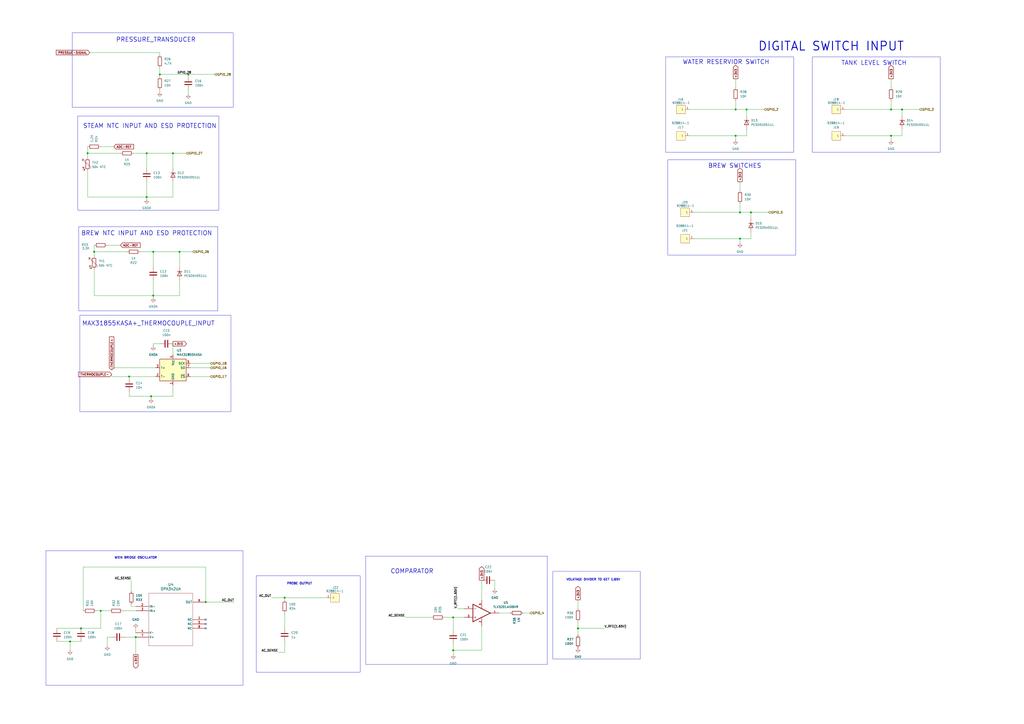
<source format=kicad_sch>
(kicad_sch (version 20250114) (generator "eeschema") (generator_version "9.0")
  (paper "A2")
  (lib_symbols
    (symbol "6.3mm spade:928814-1" (pin_names (offset 1.016))
      (property "Reference" "J" (at -4.8364 3.323 0))
      (property "Value" "928814-1" (at -5.0892 -5.0986 0))
      (symbol "928814-1_0_0"
        (rectangle (start -2.54 -2.54) (end 2.54 2.54) (stroke (width 0.127)) (fill (type background)))
        (pin passive line (at -5.08 0 0) (length 2.54) (name "1") (number "1"))
      )
    )
    (symbol "Device:C" (pin_numbers (hide yes)) (pin_names (offset 0.254))
      (property "Reference" "C" (at 0.635 2.54 0))
      (property "Value" "C" (at 0.635 -2.54 0))
      (symbol "C_0_1"
        (polyline (pts (xy -2.032 0.762) (xy 2.032 0.762)) (stroke (width 0.508)))
        (polyline (pts (xy -2.032 -0.762) (xy 2.032 -0.762)) (stroke (width 0.508)))
      )
      (symbol "C_1_1"
        (pin passive line (at 0 3.81 270) (length 2.794) (name "~") (number "1"))
        (pin passive line (at 0 -3.81 90) (length 2.794) (name "~") (number "2"))
      )
    )
    (symbol "Device:R" (pin_numbers (hide yes)) (pin_names (offset 0))
      (property "Reference" "R" (at 2.032 0 90))
      (property "Value" "R" (at 0 0 90))
      (symbol "R_0_1"
        (rectangle (start -1.016 -2.54) (end 1.016 2.54) (stroke (width 0.254)))
      )
      (symbol "R_1_1"
        (pin passive line (at 0 3.81 270) (length 1.27) (name "~") (number "1"))
        (pin passive line (at 0 -3.81 90) (length 1.27) (name "~") (number "2"))
      )
    )
    (symbol "Device:Thermistor_NTC" (pin_numbers (hide yes)) (pin_names (offset 0))
      (property "Reference" "TH" (at -4.445 0 90))
      (property "Value" "Thermistor_NTC" (at 3.175 0 90))
      (symbol "Thermistor_NTC_0_1"
        (arc (start -3.175 2.413) (mid -3.0506 2.3165) (end -3.048 2.159))
        (arc (start -3.048 2.794) (mid -2.9736 2.9736) (end -2.794 3.048))
        (arc (start -2.794 3.048) (mid -2.6144 2.9736) (end -2.54 2.794))
        (arc (start -2.794 2.54) (mid -2.9736 2.6144) (end -3.048 2.794))
        (arc (start -2.794 1.905) (mid -2.9736 1.9794) (end -3.048 2.159))
        (arc (start -2.54 2.159) (mid -2.6144 1.9794) (end -2.794 1.905))
        (arc (start -2.159 2.794) (mid -2.434 2.5608) (end -2.794 2.54))
        (polyline (pts (xy -2.54 2.159) (xy -2.54 2.794)))
        (polyline (pts (xy -2.54 -3.683) (xy -2.54 -1.397) (xy -2.794 -2.159) (xy -2.286 -2.159) (xy -2.54 -1.397) (xy -2.54 -1.651)) (fill (type outline)))
        (polyline (pts (xy -1.778 2.54) (xy -1.778 1.524) (xy 1.778 -1.524) (xy 1.778 -2.54)))
        (polyline (pts (xy -1.778 -1.397) (xy -1.778 -3.683) (xy -2.032 -2.921) (xy -1.524 -2.921) (xy -1.778 -3.683) (xy -1.778 -3.429)) (fill (type outline)))
        (rectangle (start -1.016 2.54) (end 1.016 -2.54) (stroke (width 0.254)))
      )
      (symbol "Thermistor_NTC_1_1"
        (pin passive line (at 0 3.81 270) (length 1.27) (name "~") (number "1"))
        (pin passive line (at 0 -3.81 90) (length 1.27) (name "~") (number "2"))
      )
    )
    (symbol "Diode:PESD5V0S1UL" (pin_numbers (hide yes)) (pin_names (hide yes))
      (property "Reference" "D" (at 0 2.54 0))
      (property "Value" "PESD5V0S1UL" (at 0 -2.54 0))
      (symbol "PESD5V0S1UL_0_1"
        (polyline (pts (xy -1.27 -1.27) (xy -1.27 1.27) (xy -0.762 1.27)) (stroke (width 0.254)))
        (polyline (pts (xy 1.27 0) (xy -1.27 0)))
        (polyline (pts (xy 1.27 -1.27) (xy 1.27 1.27) (xy -1.27 0) (xy 1.27 -1.27)) (stroke (width 0.254)))
      )
      (symbol "PESD5V0S1UL_1_1"
        (pin passive line (at -3.81 0 0) (length 2.54) (name "K") (number "1"))
        (pin passive line (at 3.81 0 180) (length 2.54) (name "A") (number "2"))
      )
    )
    (symbol "OPA342UA:OPA342UA" (pin_names (offset 0.254))
      (property "Reference" "U" (at 20.32 12.7 0))
      (property "Value" "OPA342UA" (at 20.32 10.16 0))
      (symbol "OPA342UA_0_1"
        (polyline (pts (xy 7.62 7.62) (xy 7.62 -22.86)) (stroke (width 0.127)))
        (polyline (pts (xy 7.62 -22.86) (xy 33.02 -22.86)) (stroke (width 0.127)))
        (polyline (pts (xy 33.02 7.62) (xy 7.62 7.62)) (stroke (width 0.127)))
        (polyline (pts (xy 33.02 -22.86) (xy 33.02 7.62)) (stroke (width 0.127)))
        (pin input line (at 0 0 0) (length 7.62) (name "IN-") (number "2"))
        (pin input line (at 0 -2.54 0) (length 7.62) (name "IN+") (number "3"))
        (pin power_in line (at 0 -15.24 0) (length 7.62) (name "V-") (number "4"))
        (pin power_in line (at 0 -17.78 0) (length 7.62) (name "V+") (number "7"))
        (pin output line (at 40.64 2.54 180) (length 7.62) (name "OUT") (number "6"))
        (pin unspecified line (at 40.64 -7.62 180) (length 7.62) (name "NC") (number "1"))
        (pin unspecified line (at 40.64 -10.16 180) (length 7.62) (name "NC") (number "5"))
        (pin unspecified line (at 40.64 -12.7 180) (length 7.62) (name "NC") (number "8"))
      )
    )
    (symbol "Sensor_Temperature:MAX31855KASA"
      (property "Reference" "U" (at -7.62 8.89 0))
      (property "Value" "MAX31855KASA" (at 1.27 8.89 0))
      (symbol "MAX31855KASA_0_1"
        (rectangle (start -7.62 7.62) (end 7.62 -5.08) (stroke (width 0.254)) (fill (type background)))
      )
      (symbol "MAX31855KASA_1_1"
        (pin passive line (at -10.16 2.54 0) (length 2.54) (name "T+") (number "3"))
        (pin passive line (at -10.16 -2.54 0) (length 2.54) (name "T-") (number "2"))
        (pin no_connect line (at -7.62 5.08 0) (length 2.54) (hide yes) (name "NC") (number "8"))
        (pin power_in line (at 0 10.16 270) (length 2.54) (name "V_{CC}") (number "4"))
        (pin power_in line (at 0 -7.62 90) (length 2.54) (name "GND") (number "1"))
        (pin input line (at 10.16 5.08 180) (length 2.54) (name "SCK") (number "5"))
        (pin tri_state line (at 10.16 2.54 180) (length 2.54) (name "SO") (number "7"))
        (pin input line (at 10.16 -2.54 180) (length 2.54) (name "~{CS}") (number "6"))
      )
    )
    (symbol "TLV3201AIDBVR:TLV3201AIDBVR" (pin_names (offset 1.016))
      (property "Reference" "U" (at 2.54 3.175 0))
      (property "Value" "TLV3201AIDBVR" (at 2.54 -5.08 0))
      (symbol "TLV3201AIDBVR_0_0"
        (polyline (pts (xy -5.08 5.08) (xy -5.08 -5.08)) (stroke (width 0.4064)))
        (polyline (pts (xy -5.08 -5.08) (xy 5.08 0)) (stroke (width 0.4064)))
        (polyline (pts (xy -4.445 2.54) (xy -3.175 2.54)) (stroke (width 0.1524)))
        (polyline (pts (xy -4.445 -2.54) (xy -3.175 -2.54)) (stroke (width 0.1524)))
        (polyline (pts (xy -3.81 -1.905) (xy -3.81 -3.175)) (stroke (width 0.1524)))
        (polyline (pts (xy 5.08 0) (xy -5.08 5.08)) (stroke (width 0.4064)))
        (pin input line (at -10.16 2.54 0) (length 5.08) (name "~") (number "4"))
        (pin input line (at -10.16 -2.54 0) (length 5.08) (name "~") (number "3"))
        (pin power_in line (at 0 7.62 270) (length 5.08) (name "~") (number "5"))
        (pin power_in line (at 0 -7.62 90) (length 5.08) (name "~") (number "2"))
        (pin output line (at 10.16 0 180) (length 5.08) (name "~") (number "1"))
      )
    )
    (symbol "power:GND" (power) (pin_numbers (hide yes)) (pin_names (offset 0) (hide yes))
      (property "Value" "GND" (at 0 -3.81 0))
      (symbol "GND_0_1"
        (polyline (pts (xy 0 0) (xy 0 -1.27) (xy 1.27 -1.27) (xy 0 -2.54) (xy -1.27 -1.27) (xy 0 -1.27)))
      )
      (symbol "GND_1_1"
        (pin power_in line (at 0 0 270) (length 0) (name "~") (number "1"))
      )
    )
    (symbol "power:GNDA" (power) (pin_numbers (hide yes)) (pin_names (offset 0) (hide yes))
      (property "Value" "GNDA" (at 0 -3.81 0))
      (symbol "GNDA_0_1"
        (polyline (pts (xy 0 0) (xy 0 -1.27) (xy 1.27 -1.27) (xy 0 -2.54) (xy -1.27 -1.27) (xy 0 -1.27)))
      )
      (symbol "GNDA_1_1"
        (pin power_in line (at 0 0 270) (length 0) (name "~") (number "1"))
      )
    )
  )
  (rectangle (start 387.35 92.71) (end 461.645 147.955))
  (rectangle (start 41.91 19.05) (end 135.255 62.23))
  (rectangle (start 212.09 322.58) (end 317.5 385.445))
  (rectangle (start 45.085 67.31) (end 127 121.92))
  (rectangle (start 471.17 33.02) (end 545.465 88.265))
  (rectangle (start 320.675 331.47) (end 371.475 382.27))
  (rectangle (start 386.08 33.02) (end 460.375 88.265))
  (rectangle (start 26.67 319.405) (end 140.97 397.51))
  (rectangle (start 46.355 182.88) (end 133.985 238.76))
  (rectangle (start 148.59 334.01) (end 208.915 389.89))
  (rectangle (start 45.72 131.445) (end 126.365 180.34))
  (text "PROBE OUTPUT" (at 173.736 338.582 0) (effects (font (size 1.27 1.27) (thickness 0.254) (bold yes))))
  (text "DIGITAL SWITCH INPUT" (at 482.092 26.924 0) (effects (font (size 5.08 5.08) (thickness 0.508) (bold yes))))
  (text "WIEN BRIDGE OSCILLATOR" (at 78.74 323.596 0) (effects (font (size 1.27 1.27) (thickness 0.254) (bold yes))))
  (text "BREW NTC INPUT AND ESD PROTECTION" (at 85.09 135.382 0) (effects (font (size 2.54 2.54) (thickness 0.254) (bold yes))))
  (text "WATER RESERVIOR SWITCH" (at 421.132 36.068 0) (effects (font (size 2.54 2.54) (thickness 0.254) (bold yes))))
  (text "MAX31855KASA+_THERMOCOUPLE_INPUT" (at 86.106 187.706 0) (effects (font (size 2.54 2.54) (thickness 0.254) (bold yes))))
  (text "VOLATAGE DIVIDER TO GET 1.65V" (at 344.17 336.296 0) (effects (font (size 1.27 1.27) (thickness 0.254) (bold yes))))
  (text "COMPARATOR" (at 239.014 331.47 0) (effects (font (size 2.54 2.54) (thickness 0.254) (bold yes))))
  (text "STEAM NTC INPUT AND ESD PROTECTION" (at 86.868 73.152 0) (effects (font (size 2.54 2.54) (thickness 0.254) (bold yes))))
  (text "TANK LEVEL SWITCH" (at 506.984 36.576 0) (effects (font (size 2.54 2.54) (thickness 0.254) (bold yes))))
  (text "BREW SWITCHES" (at 426.212 96.266 0) (effects (font (size 2.54 2.54) (thickness 0.254) (bold yes))))
  (text "PRESSURE_TRANSDUCER" (at 90.424 23.114 0) (effects (font (size 2.54 2.54) (thickness 0.254) (bold yes))))
  (junction (at 85.09 88.9))
  (junction (at 78.74 369.57))
  (junction (at 58.42 354.33))
  (junction (at 104.14 146.05))
  (junction (at 429.26 138.43))
  (junction (at 100.33 88.9))
  (junction (at 516.89 78.74))
  (junction (at 523.24 63.5))
  (junction (at 88.9 171.45))
  (junction (at 40.64 372.11))
  (junction (at 433.07 63.5))
  (junction (at 88.9 146.05))
  (junction (at 516.89 63.5))
  (junction (at 426.72 63.5))
  (junction (at 46.99 364.49))
  (junction (at 426.72 78.74))
  (junction (at 92.71 43.18))
  (junction (at 119.38 349.25))
  (junction (at 429.26 123.19))
  (junction (at 262.89 358.14))
  (junction (at 54.61 146.05))
  (junction (at 74.93 218.44))
  (junction (at 165.1 346.71))
  (junction (at 85.09 114.3))
  (junction (at 335.28 364.49))
  (junction (at 50.8 88.9))
  (junction (at 109.22 43.18))
  (junction (at 435.61 123.19))
  (junction (at 87.63 229.87))
  (junction (at 262.89 377.19))
  (no_connect (at 119.38 361.95))
  (no_connect (at 119.38 359.41))
  (no_connect (at 119.38 364.49))
  (wire (pts (xy 426.72 45.72) (xy 426.72 50.8)))
  (wire (pts (xy 33.02 364.49) (xy 46.99 364.49)))
  (wire (pts (xy 64.77 369.57) (xy 62.23 369.57)))
  (wire (pts (xy 46.99 364.49) (xy 58.42 364.49)))
  (wire (pts (xy 429.26 138.43) (xy 435.61 138.43)))
  (wire (pts (xy 50.8 88.9) (xy 50.8 91.44)))
  (wire (pts (xy 54.61 146.05) (xy 73.66 146.05)))
  (wire (pts (xy 33.02 372.11) (xy 40.64 372.11)))
  (wire (pts (xy 435.61 123.19) (xy 445.77 123.19)))
  (wire (pts (xy 110.49 210.82) (xy 121.92 210.82)))
  (wire (pts (xy 76.2 351.79) (xy 78.74 351.79)))
  (wire (pts (xy 165.1 378.46) (xy 161.29 378.46)))
  (wire (pts (xy 165.1 346.71) (xy 157.48 346.71)))
  (wire (pts (xy 426.72 78.74) (xy 426.72 81.28)))
  (wire (pts (xy 76.2 336.55) (xy 76.2 342.9)))
  (wire (pts (xy 335.28 364.49) (xy 335.28 368.3)))
  (wire (pts (xy 74.93 219.71) (xy 74.93 218.44)))
  (wire (pts (xy 435.61 123.19) (xy 429.26 123.19)))
  (wire (pts (xy 52.07 30.48) (xy 92.71 30.48)))
  (wire (pts (xy 433.07 63.5) (xy 443.23 63.5)))
  (wire (pts (xy 433.07 78.74) (xy 433.07 74.93)))
  (wire (pts (xy 110.49 218.44) (xy 121.92 218.44)))
  (wire (pts (xy 335.28 364.49) (xy 350.52 364.49)))
  (wire (pts (xy 92.71 39.37) (xy 92.71 43.18)))
  (wire (pts (xy 523.24 78.74) (xy 523.24 74.93)))
  (wire (pts (xy 48.26 354.33) (xy 48.26 328.93)))
  (wire (pts (xy 523.24 67.31) (xy 523.24 63.5)))
  (wire (pts (xy 100.33 114.3) (xy 85.09 114.3)))
  (wire (pts (xy 279.4 336.55) (xy 279.4 347.98)))
  (wire (pts (xy 74.93 218.44) (xy 90.17 218.44)))
  (wire (pts (xy 262.89 373.38) (xy 262.89 377.19)))
  (wire (pts (xy 104.14 146.05) (xy 104.14 154.94)))
  (wire (pts (xy 426.72 78.74) (xy 433.07 78.74)))
  (wire (pts (xy 72.39 369.57) (xy 78.74 369.57)))
  (wire (pts (xy 85.09 115.57) (xy 85.09 114.3)))
  (wire (pts (xy 100.33 229.87) (xy 87.63 229.87)))
  (wire (pts (xy 119.38 328.93) (xy 119.38 349.25)))
  (wire (pts (xy 92.71 30.48) (xy 92.71 31.75)))
  (wire (pts (xy 110.49 213.36) (xy 121.92 213.36)))
  (wire (pts (xy 92.71 199.39) (xy 88.9 199.39)))
  (wire (pts (xy 402.59 138.43) (xy 429.26 138.43)))
  (wire (pts (xy 77.47 88.9) (xy 85.09 88.9)))
  (wire (pts (xy 262.89 365.76) (xy 262.89 358.14)))
  (wire (pts (xy 64.77 217.17) (xy 64.77 218.44)))
  (wire (pts (xy 109.22 43.18) (xy 124.46 43.18)))
  (wire (pts (xy 109.22 43.18) (xy 109.22 44.45)))
  (wire (pts (xy 287.02 336.55) (xy 287.02 341.63)))
  (wire (pts (xy 92.71 43.18) (xy 109.22 43.18)))
  (wire (pts (xy 119.38 349.25) (xy 135.89 349.25)))
  (wire (pts (xy 76.2 350.52) (xy 76.2 351.79)))
  (wire (pts (xy 516.89 78.74) (xy 516.89 81.28)))
  (wire (pts (xy 54.61 146.05) (xy 54.61 148.59)))
  (wire (pts (xy 64.77 213.36) (xy 90.17 213.36)))
  (wire (pts (xy 46.99 372.11) (xy 40.64 372.11)))
  (wire (pts (xy 88.9 172.72) (xy 88.9 171.45)))
  (wire (pts (xy 335.28 347.98) (xy 335.28 353.06)))
  (wire (pts (xy 262.89 377.19) (xy 262.89 379.73)))
  (wire (pts (xy 189.23 346.71) (xy 165.1 346.71)))
  (wire (pts (xy 490.22 78.74) (xy 516.89 78.74)))
  (wire (pts (xy 429.26 105.41) (xy 429.26 110.49)))
  (wire (pts (xy 516.89 45.72) (xy 516.89 50.8)))
  (wire (pts (xy 88.9 146.05) (xy 88.9 154.94)))
  (wire (pts (xy 64.77 214.63) (xy 64.77 213.36)))
  (wire (pts (xy 88.9 199.39) (xy 88.9 200.66)))
  (wire (pts (xy 71.12 354.33) (xy 78.74 354.33)))
  (wire (pts (xy 429.26 138.43) (xy 429.26 140.97)))
  (wire (pts (xy 55.88 354.33) (xy 58.42 354.33)))
  (wire (pts (xy 92.71 52.07) (xy 92.71 53.34)))
  (wire (pts (xy 400.05 63.5) (xy 426.72 63.5)))
  (wire (pts (xy 279.4 377.19) (xy 279.4 363.22)))
  (wire (pts (xy 400.05 78.74) (xy 426.72 78.74)))
  (wire (pts (xy 435.61 127) (xy 435.61 123.19)))
  (wire (pts (xy 92.71 43.18) (xy 92.71 44.45)))
  (wire (pts (xy 50.8 99.06) (xy 50.8 114.3)))
  (wire (pts (xy 74.93 229.87) (xy 74.93 227.33)))
  (wire (pts (xy 100.33 199.39) (xy 100.33 205.74)))
  (wire (pts (xy 523.24 63.5) (xy 516.89 63.5)))
  (wire (pts (xy 54.61 142.24) (xy 54.61 146.05)))
  (wire (pts (xy 104.14 146.05) (xy 111.76 146.05)))
  (wire (pts (xy 40.64 372.11) (xy 40.64 377.19)))
  (wire (pts (xy 78.74 364.49) (xy 78.74 367.03)))
  (wire (pts (xy 104.14 171.45) (xy 88.9 171.45)))
  (wire (pts (xy 81.28 146.05) (xy 88.9 146.05)))
  (wire (pts (xy 429.26 123.19) (xy 429.26 118.11)))
  (wire (pts (xy 54.61 171.45) (xy 88.9 171.45)))
  (wire (pts (xy 433.07 63.5) (xy 426.72 63.5)))
  (wire (pts (xy 58.42 85.09) (xy 66.04 85.09)))
  (wire (pts (xy 303.53 355.6) (xy 307.34 355.6)))
  (wire (pts (xy 435.61 138.43) (xy 435.61 134.62)))
  (wire (pts (xy 104.14 162.56) (xy 104.14 171.45)))
  (wire (pts (xy 50.8 85.09) (xy 50.8 88.9)))
  (wire (pts (xy 165.1 355.6) (xy 165.1 364.49)))
  (wire (pts (xy 54.61 156.21) (xy 54.61 171.45)))
  (wire (pts (xy 335.28 360.68) (xy 335.28 364.49)))
  (wire (pts (xy 85.09 88.9) (xy 85.09 97.79)))
  (wire (pts (xy 78.74 369.57) (xy 78.74 379.73)))
  (wire (pts (xy 64.77 218.44) (xy 74.93 218.44)))
  (wire (pts (xy 100.33 223.52) (xy 100.33 229.87)))
  (wire (pts (xy 257.81 358.14) (xy 262.89 358.14)))
  (wire (pts (xy 262.89 358.14) (xy 269.24 358.14)))
  (wire (pts (xy 87.63 229.87) (xy 74.93 229.87)))
  (wire (pts (xy 516.89 78.74) (xy 523.24 78.74)))
  (wire (pts (xy 48.26 328.93) (xy 119.38 328.93)))
  (wire (pts (xy 234.95 358.14) (xy 250.19 358.14)))
  (wire (pts (xy 85.09 114.3) (xy 85.09 105.41)))
  (wire (pts (xy 165.1 372.11) (xy 165.1 378.46)))
  (wire (pts (xy 100.33 105.41) (xy 100.33 114.3)))
  (wire (pts (xy 88.9 146.05) (xy 104.14 146.05)))
  (wire (pts (xy 426.72 63.5) (xy 426.72 58.42)))
  (wire (pts (xy 402.59 123.19) (xy 429.26 123.19)))
  (wire (pts (xy 50.8 88.9) (xy 69.85 88.9)))
  (wire (pts (xy 100.33 88.9) (xy 107.95 88.9)))
  (wire (pts (xy 523.24 63.5) (xy 533.4 63.5)))
  (wire (pts (xy 516.89 63.5) (xy 516.89 58.42)))
  (wire (pts (xy 490.22 63.5) (xy 516.89 63.5)))
  (wire (pts (xy 433.07 67.31) (xy 433.07 63.5)))
  (wire (pts (xy 87.63 229.87) (xy 87.63 231.14)))
  (wire (pts (xy 58.42 354.33) (xy 63.5 354.33)))
  (wire (pts (xy 109.22 52.07) (xy 109.22 54.61)))
  (wire (pts (xy 165.1 347.98) (xy 165.1 346.71)))
  (wire (pts (xy 85.09 88.9) (xy 100.33 88.9)))
  (wire (pts (xy 265.43 353.06) (xy 269.24 353.06)))
  (wire (pts (xy 100.33 88.9) (xy 100.33 97.79)))
  (wire (pts (xy 50.8 114.3) (xy 85.09 114.3)))
  (wire (pts (xy 62.23 142.24) (xy 69.85 142.24)))
  (wire (pts (xy 62.23 369.57) (xy 62.23 374.65)))
  (wire (pts (xy 88.9 171.45) (xy 88.9 162.56)))
  (wire (pts (xy 262.89 377.19) (xy 279.4 377.19)))
  (wire (pts (xy 289.56 355.6) (xy 295.91 355.6)))
  (wire (pts (xy 58.42 364.49) (xy 58.42 354.33)))
  (label "V_RFE(1.65V)" (at 265.43 353.06 90) (effects (font (thickness 0.254) (bold yes))))
  (label "AC_SENSE" (at 76.2 336.55 180) (effects (font (thickness 0.254) (bold yes))))
  (label "AC_OUT" (at 157.48 346.71 180) (effects (font (thickness 0.254) (bold yes))))
  (label "V_RFE(1.65V)" (at 350.52 364.49 0) (effects (font (thickness 0.254) (bold yes))))
  (label "AC_OUT" (at 135.89 349.25 180) (effects (font (thickness 0.254) (bold yes))))
  (label "GPIO_28" (at 102.87 43.18 0) (effects (font (thickness 0.254) (bold yes))))
  (label "AC_SENSE" (at 234.95 358.14 180) (effects (font (thickness 0.254) (bold yes))))
  (label "AC_SENSE" (at 161.29 378.46 180) (effects (font (thickness 0.254) (bold yes))))
  (global_label "+3V3" (shape output) (at 516.89 45.72 90) (effects (font (thickness 0.254) (bold yes))) (property "Intersheetrefs" "${INTERSHEET_REFS}" (effects (hide yes))))
  (global_label "ADC-REF" (shape input) (at 66.04 85.09 0) (effects (font (thickness 0.254) (bold yes))) (property "Intersheetrefs" "${INTERSHEET_REFS}" (effects (hide yes))))
  (global_label "ADC-REF" (shape input) (at 69.85 142.24 0) (effects (font (thickness 0.254) (bold yes))) (property "Intersheetrefs" "${INTERSHEET_REFS}" (effects (hide yes))))
  (global_label "+3V3" (shape output) (at 335.28 347.98 90) (effects (font (thickness 0.254) (bold yes))) (property "Intersheetrefs" "${INTERSHEET_REFS}" (effects (hide yes))))
  (global_label "+3V3" (shape output) (at 426.72 45.72 90) (effects (font (thickness 0.254) (bold yes))) (property "Intersheetrefs" "${INTERSHEET_REFS}" (effects (hide yes))))
  (global_label "+3V3" (shape output) (at 279.4 336.55 90) (effects (font (thickness 0.254) (bold yes))) (property "Intersheetrefs" "${INTERSHEET_REFS}" (effects (hide yes))))
  (global_label "THERMOCOUPLE-" (shape input) (at 64.77 217.17 180) (effects (font (thickness 0.254) (bold yes))) (property "Intersheetrefs" "${INTERSHEET_REFS}" (effects (hide yes))))
  (global_label "+3V3" (shape output) (at 429.26 105.41 90) (effects (font (thickness 0.254) (bold yes))) (property "Intersheetrefs" "${INTERSHEET_REFS}" (effects (hide yes))))
  (global_label "+3V3" (shape output) (at 78.74 379.73 270) (effects (font (thickness 0.254) (bold yes))) (property "Intersheetrefs" "${INTERSHEET_REFS}" (effects (hide yes))))
  (global_label "THERMOCOUPLE+" (shape input) (at 64.77 214.63 90) (effects (font (thickness 0.254) (bold yes))) (property "Intersheetrefs" "${INTERSHEET_REFS}" (effects (hide yes))))
  (global_label "+3V3" (shape output) (at 100.33 199.39 0) (effects (font (thickness 0.254) (bold yes))) (property "Intersheetrefs" "${INTERSHEET_REFS}" (effects (hide yes))))
  (global_label "PRESSUE-SIGNAL" (shape input) (at 52.07 30.48 180) (effects (font (thickness 0.254) (bold yes))) (property "Intersheetrefs" "${INTERSHEET_REFS}" (effects (hide yes))))
  (hierarchical_label "GPIO_2" (shape input) (at 443.23 63.5 0) (effects (font (thickness 0.254) (bold yes))))
  (hierarchical_label "GPIO_4" (shape input) (at 307.34 355.6 0) (effects (font (thickness 0.254) (bold yes))))
  (hierarchical_label "GPIO_18" (shape input) (at 121.92 210.82 0) (effects (font (thickness 0.254) (bold yes))))
  (hierarchical_label "GPIO_16" (shape input) (at 121.92 213.36 0) (effects (font (thickness 0.254) (bold yes))))
  (hierarchical_label "GPIO_26" (shape input) (at 111.76 146.05 0) (effects (font (thickness 0.254) (bold yes))))
  (hierarchical_label "GPIO_27" (shape input) (at 107.95 88.9 0) (effects (font (thickness 0.254) (bold yes))))
  (hierarchical_label "GPIO_17" (shape input) (at 121.92 218.44 0) (effects (font (thickness 0.254) (bold yes))))
  (hierarchical_label "GPIO_3" (shape input) (at 533.4 63.5 0) (effects (font (thickness 0.254) (bold yes))))
  (hierarchical_label "GPIO_28" (shape input) (at 124.46 43.18 0) (effects (font (thickness 0.254) (bold yes))))
  (hierarchical_label "GPIO_5" (shape input) (at 445.77 123.19 0) (effects (font (thickness 0.254) (bold yes))))
  (symbol (lib_id "power:GND") (at 516.89 81.28 0) (unit 1)
    (property "Reference" "#PWR032" (effects (hide yes)))
    (property "Value" "GND" (at 516.89 86.36 0))
    (property "Description" "Power symbol creates a global label with name \"GND\" , ground" (effects (hide yes)))
  )
  (symbol (lib_id "Device:R") (at 67.31 354.33 90) (unit 1)
    (property "Reference" "R32" (at 66.0399 351.79 0) (effects (justify left)))
    (property "Value" "10K" (at 68.5799 351.79 0) (effects (justify left)))
    (property "Footprint" "Resistor_SMD:R_0805_2012Metric" (effects (hide yes)))
    (property "Description" "Resistor" (effects (hide yes)))
  )
  (symbol (lib_id "Device:R") (at 77.47 146.05 90) (mirror x) (unit 1)
    (property "Reference" "R22" (at 77.47 152.4 90))
    (property "Value" "1K" (at 77.47 149.86 90))
    (property "Footprint" "Resistor_SMD:R_0805_2012Metric" (effects (hide yes)))
    (property "Description" "Resistor" (effects (hide yes)))
  )
  (symbol (lib_id "power:GNDA") (at 88.9 200.66 0) (unit 1)
    (property "Reference" "#PWR027" (effects (hide yes)))
    (property "Value" "GNDA" (at 88.9 205.74 0))
    (property "Description" "Power symbol creates a global label with name \"GNDA\" , analog ground" (effects (hide yes)))
  )
  (symbol (lib_id "Device:R") (at 58.42 142.24 270) (unit 1)
    (property "Reference" "R23" (at 47.244 141.986 90) (effects (justify left)))
    (property "Value" "3.3K" (at 47.498 144.018 90) (effects (justify left)))
    (property "Footprint" "Resistor_SMD:R_0805_2012Metric" (effects (hide yes)))
    (property "Description" "Resistor" (effects (hide yes)))
  )
  (symbol (lib_id "Device:C") (at 109.22 48.26 0) (unit 1)
    (property "Reference" "C16" (at 113.03 46.9899 0) (effects (justify left)))
    (property "Value" "100n" (at 113.03 49.5299 0) (effects (justify left)))
    (property "Footprint" "Capacitor_SMD:C_0805_2012Metric" (effects (hide yes)))
    (property "Description" "Unpolarized capacitor" (effects (hide yes)))
  )
  (symbol (lib_id "Diode:PESD5V0S1UL") (at 433.07 71.12 270) (unit 1)
    (property "Reference" "D13" (at 435.61 69.8499 90) (effects (justify left)))
    (property "Value" "PESD5V0S1UL" (at 435.61 72.3899 90) (effects (justify left)))
    (property "Footprint" "Diode_SMD:D_SOD-882" (effects (hide yes)))
    (property "Datasheet" "https://assets.nexperia.com/documents/data-sheet/PESD5V0S1UL.pdf" (effects (hide yes)))
    (property "Description" "Unidirectional ESD protection diode, 5V, SOD-882" (effects (hide yes)))
  )
  (symbol (lib_id "Device:Thermistor_NTC") (at 54.61 152.4 0) (unit 1)
    (property "Reference" "TH1" (at 57.15 151.4474 0) (effects (justify left)))
    (property "Value" "50k NTC" (at 57.15 153.9874 0) (effects (justify left)))
    (property "Footprint" "Resistor_SMD:R_0603_1608Metric" (effects (hide yes)))
    (property "Description" "Temperature dependent resistor, negative temperature coefficient" (effects (hide yes)))
  )
  (symbol (lib_id "power:GND") (at 262.89 379.73 0) (unit 1)
    (property "Reference" "#PWR037" (effects (hide yes)))
    (property "Value" "GND" (at 262.89 384.81 0))
    (property "Description" "Power symbol creates a global label with name \"GND\" , ground" (effects (hide yes)))
  )
  (symbol (lib_id "power:GND") (at 429.26 140.97 0) (unit 1)
    (property "Reference" "#PWR033" (effects (hide yes)))
    (property "Value" "GND" (at 429.26 146.05 0))
    (property "Description" "Power symbol creates a global label with name \"GND\" , ground" (effects (hide yes)))
  )
  (symbol (lib_id "6.3mm spade:928814-1") (at 394.97 63.5 180) (unit 1)
    (property "Reference" "J16" (at 394.716 57.658 0))
    (property "Value" "928814-1" (at 395.0417 59.6823 0))
    (property "Footprint" "6.3mm spade:TE_928814-1" (effects (hide yes)))
    (property "Comment" "928814-1" (effects (hide yes)))
    (property "MF" "TE Connectivity" (effects (hide yes)))
    (property "Description_1" "FASTON .250 Series , 90deg Mnt Angle PCB Tab Terminal, 6.35 x 0.81mm Tin Plated | TE Connectivity 928814-1" (effects (hide yes)))
    (property "Package" "None" (effects (hide yes)))
    (property "Price" "None" (effects (hide yes)))
    (property "Check_prices" "https://www.snapeda.com/parts/928814-1/TE+Connectivity+AMP+Connectors/view-part/?ref=eda" (effects (hide yes)))
    (property "STANDARD" "Manufacturer Recommendations" (effects (hide yes)))
    (property "PARTREV" "3-11" (effects (hide yes)))
    (property "SnapEDA_Link" "https://www.snapeda.com/parts/928814-1/TE+Connectivity+AMP+Connectors/view-part/?ref=snap" (effects (hide yes)))
    (property "MP" "928814-1" (effects (hide yes)))
    (property "EU_RoHS_Compliance" "Compliant with Exemptions" (effects (hide yes)))
    (property "Availability" "In Stock" (effects (hide yes)))
    (property "MANUFACTURER" "TE Connectivity" (effects (hide yes)))
  )
  (symbol (lib_id "power:GND") (at 62.23 374.65 0) (unit 1)
    (property "Reference" "#PWR034" (effects (hide yes)))
    (property "Value" "GND" (at 62.23 379.73 0))
    (property "Description" "Power symbol creates a global label with name \"GND\" , ground" (effects (hide yes)))
  )
  (symbol (lib_id "power:GNDA") (at 88.9 172.72 0) (unit 1)
    (property "Reference" "#PWR024" (effects (hide yes)))
    (property "Value" "GNDA" (at 88.9 177.8 0))
    (property "Description" "Power symbol creates a global label with name \"GNDA\" , analog ground" (effects (hide yes)))
  )
  (symbol (lib_id "Device:R") (at 426.72 54.61 0) (unit 1)
    (property "Reference" "R28" (at 429.26 53.3399 0) (effects (justify left)))
    (property "Value" "10K" (at 429.26 55.8799 0) (effects (justify left)))
    (property "Footprint" "Resistor_SMD:R_0805_2012Metric" (effects (hide yes)))
    (property "Description" "Resistor" (effects (hide yes)))
  )
  (symbol (lib_id "TLV3201AIDBVR:TLV3201AIDBVR") (at 279.4 355.6 0) (unit 1)
    (property "Reference" "U5" (at 293.37 349.5292 0))
    (property "Value" "TLV3201AIDBVR" (at 293.37 352.0692 0))
    (property "Footprint" "COMPARATOR:COMPARTOR_SOT95P280X145-5N" (effects (hide yes)))
    (property "MF" "Texas Instruments" (effects (hide yes)))
    (property "MAXIMUM_PACKAGE_HEIGHT" "1.45mm" (effects (hide yes)))
    (property "Package" "SOT-23-5 Texas Instruments" (effects (hide yes)))
    (property "Price" "None" (effects (hide yes)))
    (property "Check_prices" "https://www.snapeda.com/parts/TLV3201AIDBVR/Texas+Instruments/view-part/?ref=eda" (effects (hide yes)))
    (property "STANDARD" "IPC-7351B" (effects (hide yes)))
    (property "PARTREV" "B" (effects (hide yes)))
    (property "SnapEDA_Link" "https://www.snapeda.com/parts/TLV3201AIDBVR/Texas+Instruments/view-part/?ref=snap" (effects (hide yes)))
    (property "MP" "TLV3201AIDBVR" (effects (hide yes)))
    (property "Description_1" "5.5-V, high-speed, single push-pull comparator" (effects (hide yes)))
    (property "Availability" "In Stock" (effects (hide yes)))
    (property "MANUFACTURER" "Texas Instruments" (effects (hide yes)))
  )
  (symbol (lib_id "Device:C") (at 85.09 101.6 0) (unit 1)
    (property "Reference" "C13" (at 88.9 100.3299 0) (effects (justify left)))
    (property "Value" "100n" (at 88.9 102.8699 0) (effects (justify left)))
    (property "Footprint" "Capacitor_SMD:C_0805_2012Metric" (effects (hide yes)))
    (property "Description" "Unpolarized capacitor" (effects (hide yes)))
  )
  (symbol (lib_id "Device:R") (at 516.89 54.61 0) (unit 1)
    (property "Reference" "R29" (at 519.43 53.3399 0) (effects (justify left)))
    (property "Value" "10K" (at 519.43 55.8799 0) (effects (justify left)))
    (property "Footprint" "Resistor_SMD:R_0805_2012Metric" (effects (hide yes)))
    (property "Description" "Resistor" (effects (hide yes)))
  )
  (symbol (lib_id "Device:R") (at 92.71 35.56 0) (unit 1)
    (property "Reference" "R26" (at 95.25 34.2899 0) (effects (justify left)))
    (property "Value" "4.7K" (at 95.25 36.8299 0) (effects (justify left)))
    (property "Footprint" "Resistor_SMD:R_0805_2012Metric" (effects (hide yes)))
    (property "Description" "Resistor" (effects (hide yes)))
  )
  (symbol (lib_id "Device:R") (at 299.72 355.6 90) (mirror x) (unit 1)
    (property "Reference" "R38" (at 298.4499 358.14 0) (effects (justify left)))
    (property "Value" "1M" (at 300.9899 358.14 0) (effects (justify left)))
    (property "Footprint" "Resistor_SMD:R_0805_2012Metric" (effects (hide yes)))
    (property "Description" "Resistor" (effects (hide yes)))
  )
  (symbol (lib_id "Device:C") (at 33.02 368.3 180) (unit 1)
    (property "Reference" "C19" (at 36.83 367.0299 0) (effects (justify right)))
    (property "Value" "100n" (at 36.83 369.5699 0) (effects (justify right)))
    (property "Footprint" "Capacitor_SMD:C_0603_1608Metric" (effects (hide yes)))
    (property "Description" "Unpolarized capacitor" (effects (hide yes)))
  )
  (symbol (lib_id "Device:R") (at 54.61 85.09 270) (mirror x) (unit 1)
    (property "Reference" "R24" (at 55.8801 82.55 0) (effects (justify left)))
    (property "Value" "1.2K" (at 53.3401 82.55 0) (effects (justify left)))
    (property "Footprint" "Resistor_SMD:R_0805_2012Metric" (effects (hide yes)))
    (property "Description" "Resistor" (effects (hide yes)))
  )
  (symbol (lib_id "Device:R") (at 165.1 351.79 0) (mirror x) (unit 1)
    (property "Reference" "R34" (at 167.64 353.0601 0) (effects (justify left)))
    (property "Value" "100" (at 167.64 350.5201 0) (effects (justify left)))
    (property "Footprint" "Resistor_SMD:R_0805_2012Metric" (effects (hide yes)))
    (property "Description" "Resistor" (effects (hide yes)))
  )
  (symbol (lib_id "Device:R") (at 429.26 114.3 0) (unit 1)
    (property "Reference" "R30" (at 431.8 113.0299 0) (effects (justify left)))
    (property "Value" "10K" (at 431.8 115.5699 0) (effects (justify left)))
    (property "Footprint" "Resistor_SMD:R_0805_2012Metric" (effects (hide yes)))
    (property "Description" "Resistor" (effects (hide yes)))
  )
  (symbol (lib_id "Sensor_Temperature:MAX31855KASA") (at 100.33 215.9 0) (unit 1)
    (property "Reference" "U3" (at 102.4733 203.2 0) (effects (justify left)))
    (property "Value" "MAX31855KASA" (at 102.4733 205.74 0) (effects (justify left)))
    (property "Footprint" "Package_SO:SOIC-8_3.9x4.9mm_P1.27mm" (effects (hide yes)))
    (property "Datasheet" "http://datasheets.maximintegrated.com/en/ds/MAX31855.pdf" (effects (hide yes)))
    (property "Description" "Cold Junction K-type Thermocouple Interface, SPI, SOIC-8" (effects (hide yes)))
  )
  (symbol (lib_id "Device:C") (at 165.1 368.3 180) (unit 1)
    (property "Reference" "C20" (at 168.91 367.0299 0) (effects (justify right)))
    (property "Value" "1u" (at 168.91 369.5699 0) (effects (justify right)))
    (property "Footprint" "Capacitor_SMD:C_0603_1608Metric" (effects (hide yes)))
    (property "Description" "Unpolarized capacitor" (effects (hide yes)))
  )
  (symbol (lib_id "power:GND") (at 426.72 81.28 0) (unit 1)
    (property "Reference" "#PWR031" (effects (hide yes)))
    (property "Value" "GND" (at 426.72 86.36 0))
    (property "Description" "Power symbol creates a global label with name \"GND\" , ground" (effects (hide yes)))
  )
  (symbol (lib_id "Device:R") (at 92.71 48.26 0) (unit 1)
    (property "Reference" "R27" (at 95.25 46.9899 0) (effects (justify left)))
    (property "Value" "10K" (at 95.25 49.5299 0) (effects (justify left)))
    (property "Footprint" "Resistor_SMD:R_0805_2012Metric" (effects (hide yes)))
    (property "Description" "Resistor" (effects (hide yes)))
  )
  (symbol (lib_id "Device:C") (at 68.58 369.57 90) (unit 1)
    (property "Reference" "C17" (at 68.58 361.95 90))
    (property "Value" "100n" (at 68.58 364.49 90))
    (property "Footprint" "Capacitor_SMD:C_0603_1608Metric" (effects (hide yes)))
    (property "Description" "Unpolarized capacitor" (effects (hide yes)))
  )
  (symbol (lib_id "6.3mm spade:928814-1") (at 194.31 346.71 0) (mirror x) (unit 1)
    (property "Reference" "J22" (at 194.564 340.868 0))
    (property "Value" "928814-1" (at 194.2383 342.8923 0))
    (property "Footprint" "6.3mm spade:TE_928814-1" (effects (hide yes)))
    (property "Comment" "928814-1" (effects (hide yes)))
    (property "MF" "TE Connectivity" (effects (hide yes)))
    (property "Description_1" "FASTON .250 Series , 90deg Mnt Angle PCB Tab Terminal, 6.35 x 0.81mm Tin Plated | TE Connectivity 928814-1" (effects (hide yes)))
    (property "Package" "None" (effects (hide yes)))
    (property "Price" "None" (effects (hide yes)))
    (property "Check_prices" "https://www.snapeda.com/parts/928814-1/TE+Connectivity+AMP+Connectors/view-part/?ref=eda" (effects (hide yes)))
    (property "STANDARD" "Manufacturer Recommendations" (effects (hide yes)))
    (property "PARTREV" "3-11" (effects (hide yes)))
    (property "SnapEDA_Link" "https://www.snapeda.com/parts/928814-1/TE+Connectivity+AMP+Connectors/view-part/?ref=snap" (effects (hide yes)))
    (property "MP" "928814-1" (effects (hide yes)))
    (property "EU_RoHS_Compliance" "Compliant with Exemptions" (effects (hide yes)))
    (property "Availability" "In Stock" (effects (hide yes)))
    (property "MANUFACTURER" "TE Connectivity" (effects (hide yes)))
  )
  (symbol (lib_id "Diode:PESD5V0S1UL") (at 435.61 130.81 270) (unit 1)
    (property "Reference" "D15" (at 438.15 129.5399 90) (effects (justify left)))
    (property "Value" "PESD5V0S1UL" (at 438.15 132.0799 90) (effects (justify left)))
    (property "Footprint" "Diode_SMD:D_SOD-882" (effects (hide yes)))
    (property "Datasheet" "https://assets.nexperia.com/documents/data-sheet/PESD5V0S1UL.pdf" (effects (hide yes)))
    (property "Description" "Unidirectional ESD protection diode, 5V, SOD-882" (effects (hide yes)))
  )
  (symbol (lib_id "power:GND") (at 335.28 375.92 0) (unit 1)
    (property "Reference" "#PWR049" (effects (hide yes)))
    (property "Value" "GND" (at 335.28 381 0))
    (property "Description" "Power symbol creates a global label with name \"GND\" , ground" (effects (hide yes)))
  )
  (symbol (lib_id "power:GND") (at 109.22 54.61 0) (unit 1)
    (property "Reference" "#PWR030" (effects (hide yes)))
    (property "Value" "GND" (at 109.22 59.69 0))
    (property "Description" "Power symbol creates a global label with name \"GND\" , ground" (effects (hide yes)))
  )
  (symbol (lib_id "6.3mm spade:928814-1") (at 394.97 78.74 180) (unit 1)
    (property "Reference" "J17" (at 394.716 73.914 0))
    (property "Value" "928814-1" (at 394.716 71.374 0))
    (property "Footprint" "6.3mm spade:TE_928814-1" (effects (hide yes)))
    (property "Comment" "928814-1" (effects (hide yes)))
    (property "MF" "TE Connectivity" (effects (hide yes)))
    (property "Description_1" "FASTON .250 Series , 90deg Mnt Angle PCB Tab Terminal, 6.35 x 0.81mm Tin Plated | TE Connectivity 928814-1" (effects (hide yes)))
    (property "Package" "None" (effects (hide yes)))
    (property "Price" "None" (effects (hide yes)))
    (property "Check_prices" "https://www.snapeda.com/parts/928814-1/TE+Connectivity+AMP+Connectors/view-part/?ref=eda" (effects (hide yes)))
    (property "STANDARD" "Manufacturer Recommendations" (effects (hide yes)))
    (property "PARTREV" "3-11" (effects (hide yes)))
    (property "SnapEDA_Link" "https://www.snapeda.com/parts/928814-1/TE+Connectivity+AMP+Connectors/view-part/?ref=snap" (effects (hide yes)))
    (property "MP" "928814-1" (effects (hide yes)))
    (property "EU_RoHS_Compliance" "Compliant with Exemptions" (effects (hide yes)))
    (property "Availability" "In Stock" (effects (hide yes)))
    (property "MANUFACTURER" "TE Connectivity" (effects (hide yes)))
  )
  (symbol (lib_id "power:GND") (at 287.02 341.63 0) (unit 1)
    (property "Reference" "#PWR038" (effects (hide yes)))
    (property "Value" "GND" (at 287.02 346.71 0))
    (property "Description" "Power symbol creates a global label with name \"GND\" , ground" (effects (hide yes)))
  )
  (symbol (lib_id "power:GND") (at 78.74 364.49 180) (unit 1)
    (property "Reference" "#PWR039" (effects (hide yes)))
    (property "Value" "GND" (at 78.74 359.41 0))
    (property "Description" "Power symbol creates a global label with name \"GND\" , ground" (effects (hide yes)))
  )
  (symbol (lib_id "Device:C") (at 96.52 199.39 90) (unit 1)
    (property "Reference" "C15" (at 96.52 191.77 90))
    (property "Value" "100n" (at 96.52 194.31 90))
    (property "Footprint" "Capacitor_SMD:C_0805_2012Metric" (effects (hide yes)))
    (property "Description" "Unpolarized capacitor" (effects (hide yes)))
  )
  (symbol (lib_id "Device:C") (at 46.99 368.3 180) (unit 1)
    (property "Reference" "C18" (at 50.8 367.0299 0) (effects (justify right)))
    (property "Value" "100n" (at 50.8 369.5699 0) (effects (justify right)))
    (property "Footprint" "Capacitor_SMD:C_0603_1608Metric" (effects (hide yes)))
    (property "Description" "Unpolarized capacitor" (effects (hide yes)))
  )
  (symbol (lib_id "Diode:PESD5V0S1UL") (at 100.33 101.6 270) (unit 1)
    (property "Reference" "D12" (at 102.87 100.3299 90) (effects (justify left)))
    (property "Value" "PESD5V0S1UL" (at 102.87 102.8699 90) (effects (justify left)))
    (property "Footprint" "Diode_SMD:D_SOD-882" (effects (hide yes)))
    (property "Datasheet" "https://assets.nexperia.com/documents/data-sheet/PESD5V0S1UL.pdf" (effects (hide yes)))
    (property "Description" "Unidirectional ESD protection diode, 5V, SOD-882" (effects (hide yes)))
  )
  (symbol (lib_id "power:GND") (at 92.71 53.34 0) (unit 1)
    (property "Reference" "#PWR029" (effects (hide yes)))
    (property "Value" "GND" (at 92.71 58.42 0))
    (property "Description" "Power symbol creates a global label with name \"GND\" , ground" (effects (hide yes)))
  )
  (symbol (lib_id "6.3mm spade:928814-1") (at 485.14 63.5 180) (unit 1)
    (property "Reference" "J18" (at 484.886 57.658 0))
    (property "Value" "928814-1" (at 485.2117 59.6823 0))
    (property "Footprint" "6.3mm spade:TE_928814-1" (effects (hide yes)))
    (property "Comment" "928814-1" (effects (hide yes)))
    (property "MF" "TE Connectivity" (effects (hide yes)))
    (property "Description_1" "FASTON .250 Series , 90deg Mnt Angle PCB Tab Terminal, 6.35 x 0.81mm Tin Plated | TE Connectivity 928814-1" (effects (hide yes)))
    (property "Package" "None" (effects (hide yes)))
    (property "Price" "None" (effects (hide yes)))
    (property "Check_prices" "https://www.snapeda.com/parts/928814-1/TE+Connectivity+AMP+Connectors/view-part/?ref=eda" (effects (hide yes)))
    (property "STANDARD" "Manufacturer Recommendations" (effects (hide yes)))
    (property "PARTREV" "3-11" (effects (hide yes)))
    (property "SnapEDA_Link" "https://www.snapeda.com/parts/928814-1/TE+Connectivity+AMP+Connectors/view-part/?ref=snap" (effects (hide yes)))
    (property "MP" "928814-1" (effects (hide yes)))
    (property "EU_RoHS_Compliance" "Compliant with Exemptions" (effects (hide yes)))
    (property "Availability" "In Stock" (effects (hide yes)))
    (property "MANUFACTURER" "TE Connectivity" (effects (hide yes)))
  )
  (symbol (lib_id "power:GNDA") (at 87.63 231.14 0) (unit 1)
    (property "Reference" "#PWR026" (effects (hide yes)))
    (property "Value" "GNDA" (at 87.63 236.22 0))
    (property "Description" "Power symbol creates a global label with name \"GNDA\" , analog ground" (effects (hide yes)))
  )
  (symbol (lib_id "6.3mm spade:928814-1") (at 397.51 138.43 180) (unit 1)
    (property "Reference" "J21" (at 397.256 133.604 0))
    (property "Value" "928814-1" (at 397.256 131.064 0))
    (property "Footprint" "6.3mm spade:TE_928814-1" (effects (hide yes)))
    (property "Comment" "928814-1" (effects (hide yes)))
    (property "MF" "TE Connectivity" (effects (hide yes)))
    (property "Description_1" "FASTON .250 Series , 90deg Mnt Angle PCB Tab Terminal, 6.35 x 0.81mm Tin Plated | TE Connectivity 928814-1" (effects (hide yes)))
    (property "Package" "None" (effects (hide yes)))
    (property "Price" "None" (effects (hide yes)))
    (property "Check_prices" "https://www.snapeda.com/parts/928814-1/TE+Connectivity+AMP+Connectors/view-part/?ref=eda" (effects (hide yes)))
    (property "STANDARD" "Manufacturer Recommendations" (effects (hide yes)))
    (property "PARTREV" "3-11" (effects (hide yes)))
    (property "SnapEDA_Link" "https://www.snapeda.com/parts/928814-1/TE+Connectivity+AMP+Connectors/view-part/?ref=snap" (effects (hide yes)))
    (property "MP" "928814-1" (effects (hide yes)))
    (property "EU_RoHS_Compliance" "Compliant with Exemptions" (effects (hide yes)))
    (property "Availability" "In Stock" (effects (hide yes)))
    (property "MANUFACTURER" "TE Connectivity" (effects (hide yes)))
  )
  (symbol (lib_id "Device:C") (at 283.21 336.55 270) (unit 1)
    (property "Reference" "C22" (at 283.21 328.93 90))
    (property "Value" "100n" (at 283.21 331.47 90))
    (property "Footprint" "Capacitor_SMD:C_0603_1608Metric" (effects (hide yes)))
    (property "Description" "Unpolarized capacitor" (effects (hide yes)))
  )
  (symbol (lib_id "Device:R") (at 52.07 354.33 90) (unit 1)
    (property "Reference" "R31" (at 50.7999 351.79 0) (effects (justify left)))
    (property "Value" "10K" (at 53.3399 351.79 0) (effects (justify left)))
    (property "Footprint" "Resistor_SMD:R_0805_2012Metric" (effects (hide yes)))
    (property "Description" "Resistor" (effects (hide yes)))
  )
  (symbol (lib_id "Device:C") (at 262.89 369.57 180) (unit 1)
    (property "Reference" "C21" (at 266.7 368.2999 0) (effects (justify right)))
    (property "Value" "100n" (at 266.7 370.8399 0) (effects (justify right)))
    (property "Footprint" "Capacitor_SMD:C_0603_1608Metric" (effects (hide yes)))
    (property "Description" "Unpolarized capacitor" (effects (hide yes)))
  )
  (symbol (lib_id "Device:R") (at 73.66 88.9 90) (mirror x) (unit 1)
    (property "Reference" "R25" (at 73.66 95.25 90))
    (property "Value" "1K" (at 73.66 92.71 90))
    (property "Footprint" "Resistor_SMD:R_0805_2012Metric" (effects (hide yes)))
    (property "Description" "Resistor" (effects (hide yes)))
  )
  (symbol (lib_id "Device:R") (at 335.28 356.87 0) (mirror y) (unit 1)
    (property "Reference" "R36" (at 332.74 355.5999 0) (effects (justify left)))
    (property "Value" "100K" (at 332.74 358.1399 0) (effects (justify left)))
    (property "Footprint" "Resistor_SMD:R_0805_2012Metric" (effects (hide yes)))
    (property "Description" "Resistor" (effects (hide yes)))
  )
  (symbol (lib_id "Device:C") (at 74.93 223.52 0) (unit 1)
    (property "Reference" "C14" (at 78.74 222.2499 0) (effects (justify left)))
    (property "Value" "10n" (at 78.74 224.7899 0) (effects (justify left)))
    (property "Footprint" "Capacitor_SMD:C_0805_2012Metric" (effects (hide yes)))
    (property "Description" "Unpolarized capacitor" (effects (hide yes)))
  )
  (symbol (lib_id "Diode:PESD5V0S1UL") (at 523.24 71.12 270) (unit 1)
    (property "Reference" "D14" (at 525.78 69.8499 90) (effects (justify left)))
    (property "Value" "PESD5V0S1UL" (at 525.78 72.3899 90) (effects (justify left)))
    (property "Footprint" "Diode_SMD:D_SOD-882" (effects (hide yes)))
    (property "Datasheet" "https://assets.nexperia.com/documents/data-sheet/PESD5V0S1UL.pdf" (effects (hide yes)))
    (property "Description" "Unidirectional ESD protection diode, 5V, SOD-882" (effects (hide yes)))
  )
  (symbol (lib_id "6.3mm spade:928814-1") (at 485.14 78.74 180) (unit 1)
    (property "Reference" "J19" (at 484.886 73.914 0))
    (property "Value" "928814-1" (at 484.886 71.374 0))
    (property "Footprint" "6.3mm spade:TE_928814-1" (effects (hide yes)))
    (property "Comment" "928814-1" (effects (hide yes)))
    (property "MF" "TE Connectivity" (effects (hide yes)))
    (property "Description_1" "FASTON .250 Series , 90deg Mnt Angle PCB Tab Terminal, 6.35 x 0.81mm Tin Plated | TE Connectivity 928814-1" (effects (hide yes)))
    (property "Package" "None" (effects (hide yes)))
    (property "Price" "None" (effects (hide yes)))
    (property "Check_prices" "https://www.snapeda.com/parts/928814-1/TE+Connectivity+AMP+Connectors/view-part/?ref=eda" (effects (hide yes)))
    (property "STANDARD" "Manufacturer Recommendations" (effects (hide yes)))
    (property "PARTREV" "3-11" (effects (hide yes)))
    (property "SnapEDA_Link" "https://www.snapeda.com/parts/928814-1/TE+Connectivity+AMP+Connectors/view-part/?ref=snap" (effects (hide yes)))
    (property "MP" "928814-1" (effects (hide yes)))
    (property "EU_RoHS_Compliance" "Compliant with Exemptions" (effects (hide yes)))
    (property "Availability" "In Stock" (effects (hide yes)))
    (property "MANUFACTURER" "TE Connectivity" (effects (hide yes)))
  )
  (symbol (lib_id "Diode:PESD5V0S1UL") (at 104.14 158.75 270) (unit 1)
    (property "Reference" "D11" (at 106.68 157.4799 90) (effects (justify left)))
    (property "Value" "PESD5V0S1UL" (at 106.68 160.0199 90) (effects (justify left)))
    (property "Footprint" "Diode_SMD:D_SOD-882" (effects (hide yes)))
    (property "Datasheet" "https://assets.nexperia.com/documents/data-sheet/PESD5V0S1UL.pdf" (effects (hide yes)))
    (property "Description" "Unidirectional ESD protection diode, 5V, SOD-882" (effects (hide yes)))
  )
  (symbol (lib_id "Device:R") (at 254 358.14 270) (mirror x) (unit 1)
    (property "Reference" "R35" (at 255.2701 355.6 0) (effects (justify left)))
    (property "Value" "10K" (at 252.7301 355.6 0) (effects (justify left)))
    (property "Footprint" "Resistor_SMD:R_0805_2012Metric" (effects (hide yes)))
    (property "Description" "Resistor" (effects (hide yes)))
  )
  (symbol (lib_id "6.3mm spade:928814-1") (at 397.51 123.19 180) (unit 1)
    (property "Reference" "J20" (at 397.256 117.348 0))
    (property "Value" "928814-1" (at 397.5817 119.3723 0))
    (property "Footprint" "6.3mm spade:TE_928814-1" (effects (hide yes)))
    (property "Comment" "928814-1" (effects (hide yes)))
    (property "MF" "TE Connectivity" (effects (hide yes)))
    (property "Description_1" "FASTON .250 Series , 90deg Mnt Angle PCB Tab Terminal, 6.35 x 0.81mm Tin Plated | TE Connectivity 928814-1" (effects (hide yes)))
    (property "Package" "None" (effects (hide yes)))
    (property "Price" "None" (effects (hide yes)))
    (property "Check_prices" "https://www.snapeda.com/parts/928814-1/TE+Connectivity+AMP+Connectors/view-part/?ref=eda" (effects (hide yes)))
    (property "STANDARD" "Manufacturer Recommendations" (effects (hide yes)))
    (property "PARTREV" "3-11" (effects (hide yes)))
    (property "SnapEDA_Link" "https://www.snapeda.com/parts/928814-1/TE+Connectivity+AMP+Connectors/view-part/?ref=snap" (effects (hide yes)))
    (property "MP" "928814-1" (effects (hide yes)))
    (property "EU_RoHS_Compliance" "Compliant with Exemptions" (effects (hide yes)))
    (property "Availability" "In Stock" (effects (hide yes)))
    (property "MANUFACTURER" "TE Connectivity" (effects (hide yes)))
  )
  (symbol (lib_id "Device:R") (at 335.28 372.11 0) (mirror y) (unit 1)
    (property "Reference" "R37" (at 332.74 370.8399 0) (effects (justify left)))
    (property "Value" "100K" (at 332.74 373.3799 0) (effects (justify left)))
    (property "Footprint" "Resistor_SMD:R_0805_2012Metric" (effects (hide yes)))
    (property "Description" "Resistor" (effects (hide yes)))
  )
  (symbol (lib_id "Device:C") (at 88.9 158.75 0) (unit 1)
    (property "Reference" "C12" (at 92.71 157.4799 0) (effects (justify left)))
    (property "Value" "100n" (at 92.71 160.0199 0) (effects (justify left)))
    (property "Footprint" "Capacitor_SMD:C_0805_2012Metric" (effects (hide yes)))
    (property "Description" "Unpolarized capacitor" (effects (hide yes)))
  )
  (symbol (lib_id "Device:R") (at 76.2 346.71 0) (mirror x) (unit 1)
    (property "Reference" "R33" (at 78.74 347.9801 0) (effects (justify left)))
    (property "Value" "10K" (at 78.74 345.4401 0) (effects (justify left)))
    (property "Footprint" "Resistor_SMD:R_0805_2012Metric" (effects (hide yes)))
    (property "Description" "Resistor" (effects (hide yes)))
  )
  (symbol (lib_id "power:GNDA") (at 85.09 115.57 0) (unit 1)
    (property "Reference" "#PWR025" (effects (hide yes)))
    (property "Value" "GNDA" (at 85.09 120.65 0))
    (property "Description" "Power symbol creates a global label with name \"GNDA\" , analog ground" (effects (hide yes)))
  )
  (symbol (lib_id "OPA342UA:OPA342UA") (at 78.74 351.79 0) (unit 1)
    (property "Reference" "U4" (at 99.06 339.09 0) (effects (font (size 1.524 1.524))))
    (property "Value" "OPA342UA" (at 99.06 341.63 0) (effects (font (size 1.524 1.524))))
    (property "Footprint" "OPA342UA:D8" (effects (hide yes)))
    (property "Datasheet" "https://www.ti.com/lit/gpn/opa342" (effects (hide yes)))
  )
  (symbol (lib_id "power:GND") (at 40.64 377.19 0) (unit 1)
    (property "Reference" "#PWR035" (effects (hide yes)))
    (property "Value" "GND" (at 40.64 382.27 0))
    (property "Description" "Power symbol creates a global label with name \"GND\" , ground" (effects (hide yes)))
  )
  (symbol (lib_id "Device:Thermistor_NTC") (at 50.8 95.25 0) (unit 1)
    (property "Reference" "TH2" (at 53.34 94.2974 0) (effects (justify left)))
    (property "Value" "50k NTC" (at 53.34 96.8374 0) (effects (justify left)))
    (property "Footprint" "Resistor_SMD:R_0603_1608Metric" (effects (hide yes)))
    (property "Description" "Temperature dependent resistor, negative temperature coefficient" (effects (hide yes)))
  )
)
</source>
